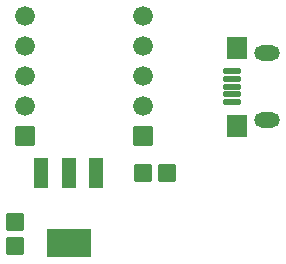
<source format=gts>
G04 Layer: TopSolderMaskLayer*
G04 EasyEDA v6.5.20, 2023-08-22 18:50:07*
G04 a67cddfb3fce44daa9051d46cbbcc19f,10*
G04 Gerber Generator version 0.2*
G04 Scale: 100 percent, Rotated: No, Reflected: No *
G04 Dimensions in millimeters *
G04 leading zeros omitted , absolute positions ,4 integer and 5 decimal *
%FSLAX45Y45*%
%MOMM*%

%AMMACRO1*1,1,$1,$2,$3*1,1,$1,$4,$5*1,1,$1,0-$2,0-$3*1,1,$1,0-$4,0-$5*20,1,$1,$2,$3,$4,$5,0*20,1,$1,$4,$5,0-$2,0-$3,0*20,1,$1,0-$2,0-$3,0-$4,0-$5,0*20,1,$1,0-$4,0-$5,$2,$3,0*4,1,4,$2,$3,$4,$5,0-$2,0-$3,0-$4,0-$5,$2,$3,0*%
%ADD10MACRO1,0.1016X0.705X0.675X0.705X-0.675*%
%ADD11MACRO1,0.1016X-0.705X0.675X-0.705X-0.675*%
%ADD12MACRO1,0.1016X-0.55X-1.25X-0.55X1.25*%
%ADD13MACRO1,0.1016X-1.8X1.17X1.8X1.17*%
%ADD14MACRO1,0.1016X0.675X-0.705X-0.675X-0.705*%
%ADD15MACRO1,0.1016X0.675X0.705X-0.675X0.705*%
%ADD16C,1.6764*%
%ADD17MACRO1,0.1016X-0.7874X-0.7874X-0.7874X0.7874*%
%ADD18MACRO1,0.1X-0.675X-0.2X-0.675X0.2*%
%ADD19MACRO1,0.1X-0.8X-0.9X-0.8X0.9*%
%ADD20O,2.200021X1.3000228*%

%LPD*%
D10*
G01*
X-200002Y-729998D03*
D11*
G01*
X2Y-729998D03*
D12*
G01*
X-600001Y-733004D03*
G01*
X-829998Y-733004D03*
G01*
X-1059995Y-733004D03*
D13*
G01*
X-829998Y-1327000D03*
D14*
G01*
X-1279997Y-1149995D03*
D15*
G01*
X-1279997Y-1349999D03*
D16*
G01*
X-198196Y599998D03*
G01*
X-198196Y345998D03*
G01*
X-198196Y91998D03*
G01*
X-198196Y-162001D03*
D17*
G01*
X-198198Y-415991D03*
D16*
G01*
X-1199997Y599998D03*
G01*
X-1199997Y345998D03*
G01*
X-1199997Y91998D03*
G01*
X-1199997Y-162001D03*
D17*
G01*
X-1199997Y-415998D03*
D18*
G01*
X551240Y-130002D03*
G01*
X551240Y-65001D03*
G01*
X551240Y-2D03*
G01*
X551240Y64998D03*
G01*
X551240Y129997D03*
D19*
G01*
X593737Y330006D03*
G01*
X593737Y-330006D03*
D20*
G01*
X848740Y282498D03*
G01*
X848740Y-282524D03*
M02*

</source>
